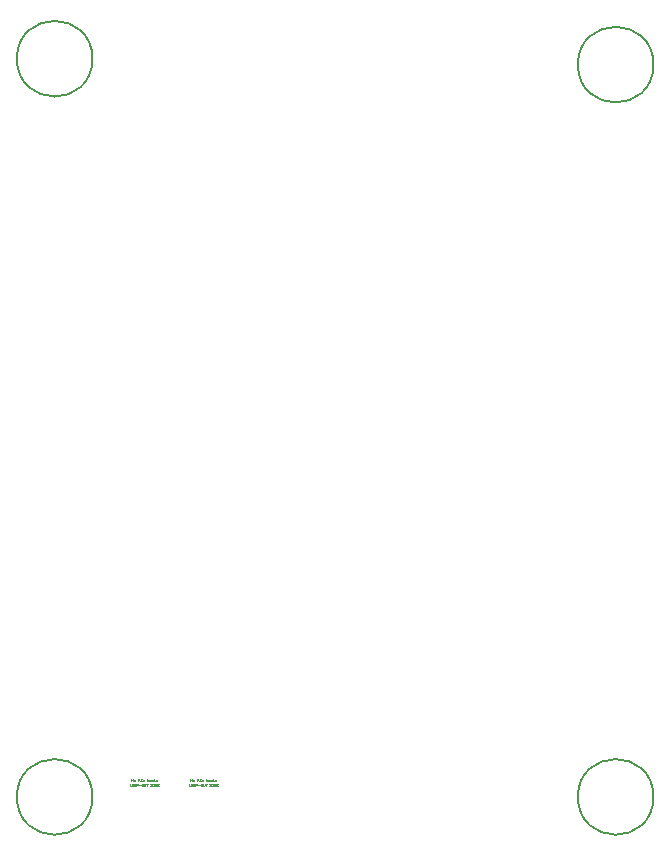
<source format=gbr>
%TF.GenerationSoftware,KiCad,Pcbnew,8.0.2*%
%TF.CreationDate,2024-10-12T15:49:16+02:00*%
%TF.ProjectId,OS-RelayDecoder-4,4f532d52-656c-4617-9944-65636f646572,rev?*%
%TF.SameCoordinates,Original*%
%TF.FileFunction,Other,Comment*%
%FSLAX46Y46*%
G04 Gerber Fmt 4.6, Leading zero omitted, Abs format (unit mm)*
G04 Created by KiCad (PCBNEW 8.0.2) date 2024-10-12 15:49:16*
%MOMM*%
%LPD*%
G01*
G04 APERTURE LIST*
%ADD10C,0.030000*%
%ADD11C,0.150000*%
G04 APERTURE END LIST*
D10*
X37492047Y-133168963D02*
X37492047Y-132968963D01*
X37492047Y-132968963D02*
X37606332Y-133168963D01*
X37606332Y-133168963D02*
X37606332Y-132968963D01*
X37730142Y-133168963D02*
X37711094Y-133159440D01*
X37711094Y-133159440D02*
X37701571Y-133149916D01*
X37701571Y-133149916D02*
X37692047Y-133130868D01*
X37692047Y-133130868D02*
X37692047Y-133073725D01*
X37692047Y-133073725D02*
X37701571Y-133054678D01*
X37701571Y-133054678D02*
X37711094Y-133045154D01*
X37711094Y-133045154D02*
X37730142Y-133035630D01*
X37730142Y-133035630D02*
X37758713Y-133035630D01*
X37758713Y-133035630D02*
X37777761Y-133045154D01*
X37777761Y-133045154D02*
X37787285Y-133054678D01*
X37787285Y-133054678D02*
X37796809Y-133073725D01*
X37796809Y-133073725D02*
X37796809Y-133130868D01*
X37796809Y-133130868D02*
X37787285Y-133149916D01*
X37787285Y-133149916D02*
X37777761Y-133159440D01*
X37777761Y-133159440D02*
X37758713Y-133168963D01*
X37758713Y-133168963D02*
X37730142Y-133168963D01*
X38101570Y-133064201D02*
X38034904Y-133064201D01*
X38034904Y-133168963D02*
X38034904Y-132968963D01*
X38034904Y-132968963D02*
X38130142Y-132968963D01*
X38206333Y-133149916D02*
X38215856Y-133159440D01*
X38215856Y-133159440D02*
X38206333Y-133168963D01*
X38206333Y-133168963D02*
X38196809Y-133159440D01*
X38196809Y-133159440D02*
X38206333Y-133149916D01*
X38206333Y-133149916D02*
X38206333Y-133168963D01*
X38415856Y-133149916D02*
X38406332Y-133159440D01*
X38406332Y-133159440D02*
X38377761Y-133168963D01*
X38377761Y-133168963D02*
X38358713Y-133168963D01*
X38358713Y-133168963D02*
X38330142Y-133159440D01*
X38330142Y-133159440D02*
X38311094Y-133140392D01*
X38311094Y-133140392D02*
X38301571Y-133121344D01*
X38301571Y-133121344D02*
X38292047Y-133083249D01*
X38292047Y-133083249D02*
X38292047Y-133054678D01*
X38292047Y-133054678D02*
X38301571Y-133016582D01*
X38301571Y-133016582D02*
X38311094Y-132997535D01*
X38311094Y-132997535D02*
X38330142Y-132978487D01*
X38330142Y-132978487D02*
X38358713Y-132968963D01*
X38358713Y-132968963D02*
X38377761Y-132968963D01*
X38377761Y-132968963D02*
X38406332Y-132978487D01*
X38406332Y-132978487D02*
X38415856Y-132988011D01*
X38587285Y-133035630D02*
X38587285Y-133168963D01*
X38501571Y-133035630D02*
X38501571Y-133140392D01*
X38501571Y-133140392D02*
X38511094Y-133159440D01*
X38511094Y-133159440D02*
X38530142Y-133168963D01*
X38530142Y-133168963D02*
X38558713Y-133168963D01*
X38558713Y-133168963D02*
X38577761Y-133159440D01*
X38577761Y-133159440D02*
X38587285Y-133149916D01*
X38806332Y-133035630D02*
X38882523Y-133035630D01*
X38834904Y-132968963D02*
X38834904Y-133140392D01*
X38834904Y-133140392D02*
X38844427Y-133159440D01*
X38844427Y-133159440D02*
X38863475Y-133168963D01*
X38863475Y-133168963D02*
X38882523Y-133168963D01*
X38949190Y-133168963D02*
X38949190Y-133035630D01*
X38949190Y-133073725D02*
X38958713Y-133054678D01*
X38958713Y-133054678D02*
X38968237Y-133045154D01*
X38968237Y-133045154D02*
X38987285Y-133035630D01*
X38987285Y-133035630D02*
X39006332Y-133035630D01*
X39158714Y-133168963D02*
X39158714Y-133064201D01*
X39158714Y-133064201D02*
X39149190Y-133045154D01*
X39149190Y-133045154D02*
X39130142Y-133035630D01*
X39130142Y-133035630D02*
X39092047Y-133035630D01*
X39092047Y-133035630D02*
X39073000Y-133045154D01*
X39158714Y-133159440D02*
X39139666Y-133168963D01*
X39139666Y-133168963D02*
X39092047Y-133168963D01*
X39092047Y-133168963D02*
X39073000Y-133159440D01*
X39073000Y-133159440D02*
X39063476Y-133140392D01*
X39063476Y-133140392D02*
X39063476Y-133121344D01*
X39063476Y-133121344D02*
X39073000Y-133102297D01*
X39073000Y-133102297D02*
X39092047Y-133092773D01*
X39092047Y-133092773D02*
X39139666Y-133092773D01*
X39139666Y-133092773D02*
X39158714Y-133083249D01*
X39339666Y-133159440D02*
X39320618Y-133168963D01*
X39320618Y-133168963D02*
X39282523Y-133168963D01*
X39282523Y-133168963D02*
X39263475Y-133159440D01*
X39263475Y-133159440D02*
X39253952Y-133149916D01*
X39253952Y-133149916D02*
X39244428Y-133130868D01*
X39244428Y-133130868D02*
X39244428Y-133073725D01*
X39244428Y-133073725D02*
X39253952Y-133054678D01*
X39253952Y-133054678D02*
X39263475Y-133045154D01*
X39263475Y-133045154D02*
X39282523Y-133035630D01*
X39282523Y-133035630D02*
X39320618Y-133035630D01*
X39320618Y-133035630D02*
X39339666Y-133045154D01*
X39425381Y-133168963D02*
X39425381Y-132968963D01*
X39444428Y-133092773D02*
X39501571Y-133168963D01*
X39501571Y-133035630D02*
X39425381Y-133111820D01*
X39577762Y-133159440D02*
X39596809Y-133168963D01*
X39596809Y-133168963D02*
X39634905Y-133168963D01*
X39634905Y-133168963D02*
X39653952Y-133159440D01*
X39653952Y-133159440D02*
X39663476Y-133140392D01*
X39663476Y-133140392D02*
X39663476Y-133130868D01*
X39663476Y-133130868D02*
X39653952Y-133111820D01*
X39653952Y-133111820D02*
X39634905Y-133102297D01*
X39634905Y-133102297D02*
X39606333Y-133102297D01*
X39606333Y-133102297D02*
X39587286Y-133092773D01*
X39587286Y-133092773D02*
X39577762Y-133073725D01*
X39577762Y-133073725D02*
X39577762Y-133064201D01*
X39577762Y-133064201D02*
X39587286Y-133045154D01*
X39587286Y-133045154D02*
X39606333Y-133035630D01*
X39606333Y-133035630D02*
X39634905Y-133035630D01*
X39634905Y-133035630D02*
X39653952Y-133045154D01*
X37358715Y-133568963D02*
X37358715Y-133368963D01*
X37473000Y-133568963D02*
X37387286Y-133454678D01*
X37473000Y-133368963D02*
X37358715Y-133483249D01*
X37558715Y-133464201D02*
X37625381Y-133464201D01*
X37653953Y-133568963D02*
X37558715Y-133568963D01*
X37558715Y-133568963D02*
X37558715Y-133368963D01*
X37558715Y-133368963D02*
X37653953Y-133368963D01*
X37739667Y-133464201D02*
X37806333Y-133464201D01*
X37834905Y-133568963D02*
X37739667Y-133568963D01*
X37739667Y-133568963D02*
X37739667Y-133368963D01*
X37739667Y-133368963D02*
X37834905Y-133368963D01*
X37920619Y-133568963D02*
X37920619Y-133368963D01*
X37920619Y-133368963D02*
X37996809Y-133368963D01*
X37996809Y-133368963D02*
X38015857Y-133378487D01*
X38015857Y-133378487D02*
X38025380Y-133388011D01*
X38025380Y-133388011D02*
X38034904Y-133407059D01*
X38034904Y-133407059D02*
X38034904Y-133435630D01*
X38034904Y-133435630D02*
X38025380Y-133454678D01*
X38025380Y-133454678D02*
X38015857Y-133464201D01*
X38015857Y-133464201D02*
X37996809Y-133473725D01*
X37996809Y-133473725D02*
X37920619Y-133473725D01*
X38120619Y-133492773D02*
X38273000Y-133492773D01*
X38406333Y-133368963D02*
X38444428Y-133368963D01*
X38444428Y-133368963D02*
X38463476Y-133378487D01*
X38463476Y-133378487D02*
X38482523Y-133397535D01*
X38482523Y-133397535D02*
X38492047Y-133435630D01*
X38492047Y-133435630D02*
X38492047Y-133502297D01*
X38492047Y-133502297D02*
X38482523Y-133540392D01*
X38482523Y-133540392D02*
X38463476Y-133559440D01*
X38463476Y-133559440D02*
X38444428Y-133568963D01*
X38444428Y-133568963D02*
X38406333Y-133568963D01*
X38406333Y-133568963D02*
X38387285Y-133559440D01*
X38387285Y-133559440D02*
X38368238Y-133540392D01*
X38368238Y-133540392D02*
X38358714Y-133502297D01*
X38358714Y-133502297D02*
X38358714Y-133435630D01*
X38358714Y-133435630D02*
X38368238Y-133397535D01*
X38368238Y-133397535D02*
X38387285Y-133378487D01*
X38387285Y-133378487D02*
X38406333Y-133368963D01*
X38577762Y-133368963D02*
X38577762Y-133530868D01*
X38577762Y-133530868D02*
X38587285Y-133549916D01*
X38587285Y-133549916D02*
X38596809Y-133559440D01*
X38596809Y-133559440D02*
X38615857Y-133568963D01*
X38615857Y-133568963D02*
X38653952Y-133568963D01*
X38653952Y-133568963D02*
X38673000Y-133559440D01*
X38673000Y-133559440D02*
X38682523Y-133549916D01*
X38682523Y-133549916D02*
X38692047Y-133530868D01*
X38692047Y-133530868D02*
X38692047Y-133368963D01*
X38758714Y-133368963D02*
X38873000Y-133368963D01*
X38815857Y-133568963D02*
X38815857Y-133368963D01*
X39073000Y-133368963D02*
X39206333Y-133368963D01*
X39206333Y-133368963D02*
X39073000Y-133568963D01*
X39073000Y-133568963D02*
X39206333Y-133568963D01*
X39320619Y-133368963D02*
X39358714Y-133368963D01*
X39358714Y-133368963D02*
X39377762Y-133378487D01*
X39377762Y-133378487D02*
X39396809Y-133397535D01*
X39396809Y-133397535D02*
X39406333Y-133435630D01*
X39406333Y-133435630D02*
X39406333Y-133502297D01*
X39406333Y-133502297D02*
X39396809Y-133540392D01*
X39396809Y-133540392D02*
X39377762Y-133559440D01*
X39377762Y-133559440D02*
X39358714Y-133568963D01*
X39358714Y-133568963D02*
X39320619Y-133568963D01*
X39320619Y-133568963D02*
X39301571Y-133559440D01*
X39301571Y-133559440D02*
X39282524Y-133540392D01*
X39282524Y-133540392D02*
X39273000Y-133502297D01*
X39273000Y-133502297D02*
X39273000Y-133435630D01*
X39273000Y-133435630D02*
X39282524Y-133397535D01*
X39282524Y-133397535D02*
X39301571Y-133378487D01*
X39301571Y-133378487D02*
X39320619Y-133368963D01*
X39492048Y-133568963D02*
X39492048Y-133368963D01*
X39492048Y-133368963D02*
X39606333Y-133568963D01*
X39606333Y-133568963D02*
X39606333Y-133368963D01*
X39701572Y-133464201D02*
X39768238Y-133464201D01*
X39796810Y-133568963D02*
X39701572Y-133568963D01*
X39701572Y-133568963D02*
X39701572Y-133368963D01*
X39701572Y-133368963D02*
X39796810Y-133368963D01*
X42492047Y-133168963D02*
X42492047Y-132968963D01*
X42492047Y-132968963D02*
X42606332Y-133168963D01*
X42606332Y-133168963D02*
X42606332Y-132968963D01*
X42730142Y-133168963D02*
X42711094Y-133159440D01*
X42711094Y-133159440D02*
X42701571Y-133149916D01*
X42701571Y-133149916D02*
X42692047Y-133130868D01*
X42692047Y-133130868D02*
X42692047Y-133073725D01*
X42692047Y-133073725D02*
X42701571Y-133054678D01*
X42701571Y-133054678D02*
X42711094Y-133045154D01*
X42711094Y-133045154D02*
X42730142Y-133035630D01*
X42730142Y-133035630D02*
X42758713Y-133035630D01*
X42758713Y-133035630D02*
X42777761Y-133045154D01*
X42777761Y-133045154D02*
X42787285Y-133054678D01*
X42787285Y-133054678D02*
X42796809Y-133073725D01*
X42796809Y-133073725D02*
X42796809Y-133130868D01*
X42796809Y-133130868D02*
X42787285Y-133149916D01*
X42787285Y-133149916D02*
X42777761Y-133159440D01*
X42777761Y-133159440D02*
X42758713Y-133168963D01*
X42758713Y-133168963D02*
X42730142Y-133168963D01*
X43101570Y-133064201D02*
X43034904Y-133064201D01*
X43034904Y-133168963D02*
X43034904Y-132968963D01*
X43034904Y-132968963D02*
X43130142Y-132968963D01*
X43206333Y-133149916D02*
X43215856Y-133159440D01*
X43215856Y-133159440D02*
X43206333Y-133168963D01*
X43206333Y-133168963D02*
X43196809Y-133159440D01*
X43196809Y-133159440D02*
X43206333Y-133149916D01*
X43206333Y-133149916D02*
X43206333Y-133168963D01*
X43415856Y-133149916D02*
X43406332Y-133159440D01*
X43406332Y-133159440D02*
X43377761Y-133168963D01*
X43377761Y-133168963D02*
X43358713Y-133168963D01*
X43358713Y-133168963D02*
X43330142Y-133159440D01*
X43330142Y-133159440D02*
X43311094Y-133140392D01*
X43311094Y-133140392D02*
X43301571Y-133121344D01*
X43301571Y-133121344D02*
X43292047Y-133083249D01*
X43292047Y-133083249D02*
X43292047Y-133054678D01*
X43292047Y-133054678D02*
X43301571Y-133016582D01*
X43301571Y-133016582D02*
X43311094Y-132997535D01*
X43311094Y-132997535D02*
X43330142Y-132978487D01*
X43330142Y-132978487D02*
X43358713Y-132968963D01*
X43358713Y-132968963D02*
X43377761Y-132968963D01*
X43377761Y-132968963D02*
X43406332Y-132978487D01*
X43406332Y-132978487D02*
X43415856Y-132988011D01*
X43587285Y-133035630D02*
X43587285Y-133168963D01*
X43501571Y-133035630D02*
X43501571Y-133140392D01*
X43501571Y-133140392D02*
X43511094Y-133159440D01*
X43511094Y-133159440D02*
X43530142Y-133168963D01*
X43530142Y-133168963D02*
X43558713Y-133168963D01*
X43558713Y-133168963D02*
X43577761Y-133159440D01*
X43577761Y-133159440D02*
X43587285Y-133149916D01*
X43806332Y-133035630D02*
X43882523Y-133035630D01*
X43834904Y-132968963D02*
X43834904Y-133140392D01*
X43834904Y-133140392D02*
X43844427Y-133159440D01*
X43844427Y-133159440D02*
X43863475Y-133168963D01*
X43863475Y-133168963D02*
X43882523Y-133168963D01*
X43949190Y-133168963D02*
X43949190Y-133035630D01*
X43949190Y-133073725D02*
X43958713Y-133054678D01*
X43958713Y-133054678D02*
X43968237Y-133045154D01*
X43968237Y-133045154D02*
X43987285Y-133035630D01*
X43987285Y-133035630D02*
X44006332Y-133035630D01*
X44158714Y-133168963D02*
X44158714Y-133064201D01*
X44158714Y-133064201D02*
X44149190Y-133045154D01*
X44149190Y-133045154D02*
X44130142Y-133035630D01*
X44130142Y-133035630D02*
X44092047Y-133035630D01*
X44092047Y-133035630D02*
X44073000Y-133045154D01*
X44158714Y-133159440D02*
X44139666Y-133168963D01*
X44139666Y-133168963D02*
X44092047Y-133168963D01*
X44092047Y-133168963D02*
X44073000Y-133159440D01*
X44073000Y-133159440D02*
X44063476Y-133140392D01*
X44063476Y-133140392D02*
X44063476Y-133121344D01*
X44063476Y-133121344D02*
X44073000Y-133102297D01*
X44073000Y-133102297D02*
X44092047Y-133092773D01*
X44092047Y-133092773D02*
X44139666Y-133092773D01*
X44139666Y-133092773D02*
X44158714Y-133083249D01*
X44339666Y-133159440D02*
X44320618Y-133168963D01*
X44320618Y-133168963D02*
X44282523Y-133168963D01*
X44282523Y-133168963D02*
X44263475Y-133159440D01*
X44263475Y-133159440D02*
X44253952Y-133149916D01*
X44253952Y-133149916D02*
X44244428Y-133130868D01*
X44244428Y-133130868D02*
X44244428Y-133073725D01*
X44244428Y-133073725D02*
X44253952Y-133054678D01*
X44253952Y-133054678D02*
X44263475Y-133045154D01*
X44263475Y-133045154D02*
X44282523Y-133035630D01*
X44282523Y-133035630D02*
X44320618Y-133035630D01*
X44320618Y-133035630D02*
X44339666Y-133045154D01*
X44425381Y-133168963D02*
X44425381Y-132968963D01*
X44444428Y-133092773D02*
X44501571Y-133168963D01*
X44501571Y-133035630D02*
X44425381Y-133111820D01*
X44577762Y-133159440D02*
X44596809Y-133168963D01*
X44596809Y-133168963D02*
X44634905Y-133168963D01*
X44634905Y-133168963D02*
X44653952Y-133159440D01*
X44653952Y-133159440D02*
X44663476Y-133140392D01*
X44663476Y-133140392D02*
X44663476Y-133130868D01*
X44663476Y-133130868D02*
X44653952Y-133111820D01*
X44653952Y-133111820D02*
X44634905Y-133102297D01*
X44634905Y-133102297D02*
X44606333Y-133102297D01*
X44606333Y-133102297D02*
X44587286Y-133092773D01*
X44587286Y-133092773D02*
X44577762Y-133073725D01*
X44577762Y-133073725D02*
X44577762Y-133064201D01*
X44577762Y-133064201D02*
X44587286Y-133045154D01*
X44587286Y-133045154D02*
X44606333Y-133035630D01*
X44606333Y-133035630D02*
X44634905Y-133035630D01*
X44634905Y-133035630D02*
X44653952Y-133045154D01*
X42358715Y-133568963D02*
X42358715Y-133368963D01*
X42473000Y-133568963D02*
X42387286Y-133454678D01*
X42473000Y-133368963D02*
X42358715Y-133483249D01*
X42558715Y-133464201D02*
X42625381Y-133464201D01*
X42653953Y-133568963D02*
X42558715Y-133568963D01*
X42558715Y-133568963D02*
X42558715Y-133368963D01*
X42558715Y-133368963D02*
X42653953Y-133368963D01*
X42739667Y-133464201D02*
X42806333Y-133464201D01*
X42834905Y-133568963D02*
X42739667Y-133568963D01*
X42739667Y-133568963D02*
X42739667Y-133368963D01*
X42739667Y-133368963D02*
X42834905Y-133368963D01*
X42920619Y-133568963D02*
X42920619Y-133368963D01*
X42920619Y-133368963D02*
X42996809Y-133368963D01*
X42996809Y-133368963D02*
X43015857Y-133378487D01*
X43015857Y-133378487D02*
X43025380Y-133388011D01*
X43025380Y-133388011D02*
X43034904Y-133407059D01*
X43034904Y-133407059D02*
X43034904Y-133435630D01*
X43034904Y-133435630D02*
X43025380Y-133454678D01*
X43025380Y-133454678D02*
X43015857Y-133464201D01*
X43015857Y-133464201D02*
X42996809Y-133473725D01*
X42996809Y-133473725D02*
X42920619Y-133473725D01*
X43120619Y-133492773D02*
X43273000Y-133492773D01*
X43406333Y-133368963D02*
X43444428Y-133368963D01*
X43444428Y-133368963D02*
X43463476Y-133378487D01*
X43463476Y-133378487D02*
X43482523Y-133397535D01*
X43482523Y-133397535D02*
X43492047Y-133435630D01*
X43492047Y-133435630D02*
X43492047Y-133502297D01*
X43492047Y-133502297D02*
X43482523Y-133540392D01*
X43482523Y-133540392D02*
X43463476Y-133559440D01*
X43463476Y-133559440D02*
X43444428Y-133568963D01*
X43444428Y-133568963D02*
X43406333Y-133568963D01*
X43406333Y-133568963D02*
X43387285Y-133559440D01*
X43387285Y-133559440D02*
X43368238Y-133540392D01*
X43368238Y-133540392D02*
X43358714Y-133502297D01*
X43358714Y-133502297D02*
X43358714Y-133435630D01*
X43358714Y-133435630D02*
X43368238Y-133397535D01*
X43368238Y-133397535D02*
X43387285Y-133378487D01*
X43387285Y-133378487D02*
X43406333Y-133368963D01*
X43577762Y-133368963D02*
X43577762Y-133530868D01*
X43577762Y-133530868D02*
X43587285Y-133549916D01*
X43587285Y-133549916D02*
X43596809Y-133559440D01*
X43596809Y-133559440D02*
X43615857Y-133568963D01*
X43615857Y-133568963D02*
X43653952Y-133568963D01*
X43653952Y-133568963D02*
X43673000Y-133559440D01*
X43673000Y-133559440D02*
X43682523Y-133549916D01*
X43682523Y-133549916D02*
X43692047Y-133530868D01*
X43692047Y-133530868D02*
X43692047Y-133368963D01*
X43758714Y-133368963D02*
X43873000Y-133368963D01*
X43815857Y-133568963D02*
X43815857Y-133368963D01*
X44073000Y-133368963D02*
X44206333Y-133368963D01*
X44206333Y-133368963D02*
X44073000Y-133568963D01*
X44073000Y-133568963D02*
X44206333Y-133568963D01*
X44320619Y-133368963D02*
X44358714Y-133368963D01*
X44358714Y-133368963D02*
X44377762Y-133378487D01*
X44377762Y-133378487D02*
X44396809Y-133397535D01*
X44396809Y-133397535D02*
X44406333Y-133435630D01*
X44406333Y-133435630D02*
X44406333Y-133502297D01*
X44406333Y-133502297D02*
X44396809Y-133540392D01*
X44396809Y-133540392D02*
X44377762Y-133559440D01*
X44377762Y-133559440D02*
X44358714Y-133568963D01*
X44358714Y-133568963D02*
X44320619Y-133568963D01*
X44320619Y-133568963D02*
X44301571Y-133559440D01*
X44301571Y-133559440D02*
X44282524Y-133540392D01*
X44282524Y-133540392D02*
X44273000Y-133502297D01*
X44273000Y-133502297D02*
X44273000Y-133435630D01*
X44273000Y-133435630D02*
X44282524Y-133397535D01*
X44282524Y-133397535D02*
X44301571Y-133378487D01*
X44301571Y-133378487D02*
X44320619Y-133368963D01*
X44492048Y-133568963D02*
X44492048Y-133368963D01*
X44492048Y-133368963D02*
X44606333Y-133568963D01*
X44606333Y-133568963D02*
X44606333Y-133368963D01*
X44701572Y-133464201D02*
X44768238Y-133464201D01*
X44796810Y-133568963D02*
X44701572Y-133568963D01*
X44701572Y-133568963D02*
X44701572Y-133368963D01*
X44701572Y-133368963D02*
X44796810Y-133368963D01*
D11*
%TO.C,H103*%
X81700000Y-134500000D02*
G75*
G02*
X75300000Y-134500000I-3200000J0D01*
G01*
X75300000Y-134500000D02*
G75*
G02*
X81700000Y-134500000I3200000J0D01*
G01*
%TO.C,H102*%
X81700000Y-72500000D02*
G75*
G02*
X75300000Y-72500000I-3200000J0D01*
G01*
X75300000Y-72500000D02*
G75*
G02*
X81700000Y-72500000I3200000J0D01*
G01*
%TO.C,H101*%
X34200000Y-72000000D02*
G75*
G02*
X27800000Y-72000000I-3200000J0D01*
G01*
X27800000Y-72000000D02*
G75*
G02*
X34200000Y-72000000I3200000J0D01*
G01*
%TO.C,H104*%
X34200000Y-134500000D02*
G75*
G02*
X27800000Y-134500000I-3200000J0D01*
G01*
X27800000Y-134500000D02*
G75*
G02*
X34200000Y-134500000I3200000J0D01*
G01*
%TD*%
M02*

</source>
